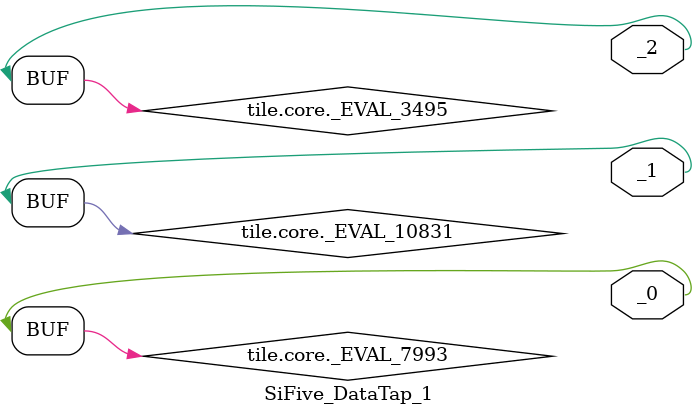
<source format=sv>
module SiFive_DataTap_1(
  output  _2,
  output  _1,
  output  _0
);
  assign _2 = tile.core._EVAL_3495;
  assign _1 = tile.core._EVAL_10831;
  assign _0 = tile.core._EVAL_7993;
endmodule

</source>
